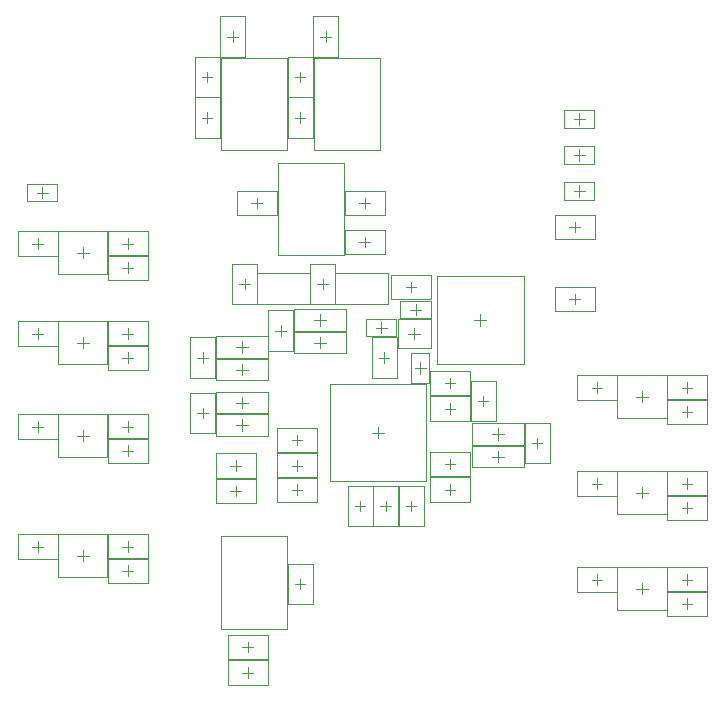
<source format=gbr>
%TF.GenerationSoftware,Altium Limited,Altium Designer,21.9.2 (33)*%
G04 Layer_Color=32768*
%FSLAX26Y26*%
%MOIN*%
%TF.SameCoordinates,EB25F4C7-955C-4A9D-8DD9-FEE0DACB2CC0*%
%TF.FilePolarity,Positive*%
%TF.FileFunction,Other,Mechanical_15*%
%TF.Part,Single*%
G01*
G75*
%TA.AperFunction,NonConductor*%
%ADD65C,0.003937*%
%ADD68C,0.001968*%
D65*
X1896299Y1090000D02*
X1933701D01*
X1915000Y1071299D02*
Y1108701D01*
X2287284Y840000D02*
X2322716D01*
X2305000Y822284D02*
Y857716D01*
X2155315Y795000D02*
X2194685D01*
X2175000Y775315D02*
Y814685D01*
X2155315Y870000D02*
X2194685D01*
X2175000Y850315D02*
Y889685D01*
X2430000Y1302284D02*
Y1337716D01*
X2412284Y1320000D02*
X2447716D01*
X1272284Y2195000D02*
X1307716D01*
X1290000Y2177284D02*
Y2212716D01*
X1187284Y1925000D02*
X1222716D01*
X1205000Y1907284D02*
Y1942716D01*
X1187284Y2060000D02*
X1222716D01*
X1205000Y2042284D02*
Y2077716D01*
X1582284Y2195000D02*
X1617716D01*
X1600000Y2177284D02*
Y2212716D01*
X1497284Y1925000D02*
X1532716D01*
X1515000Y1907284D02*
Y1942716D01*
X1497284Y2060000D02*
X1532716D01*
X1515000Y2042284D02*
Y2077716D01*
X1572284Y1370000D02*
X1607716D01*
X1590000Y1352284D02*
Y1387716D01*
X1370000Y1622284D02*
Y1657716D01*
X1352284Y1640000D02*
X1387716D01*
X1730000Y1492284D02*
Y1527716D01*
X1712284Y1510000D02*
X1747716D01*
X1730000Y1622284D02*
Y1657716D01*
X1712284Y1640000D02*
X1747716D01*
X1312284Y1370000D02*
X1347716D01*
X1330000Y1352284D02*
Y1387716D01*
X636299Y1675000D02*
X673701D01*
X655000Y1656299D02*
Y1693701D01*
X1497284Y370000D02*
X1532716D01*
X1515000Y352284D02*
Y387716D01*
X1340000Y57283D02*
Y92716D01*
X1322284Y75000D02*
X1357716D01*
X1340000Y142284D02*
Y177716D01*
X1322284Y160000D02*
X1357716D01*
X2445000Y1901299D02*
Y1938701D01*
X2426299Y1920000D02*
X2463701D01*
X2445000Y1781299D02*
Y1818701D01*
X2426299Y1800000D02*
X2463701D01*
X2445000Y1661299D02*
Y1698701D01*
X2426299Y1680000D02*
X2463701D01*
X1300315Y900000D02*
X1339685D01*
X1320000Y880315D02*
Y919685D01*
X1300315Y975000D02*
X1339685D01*
X1320000Y955315D02*
Y994685D01*
X1172284Y940000D02*
X1207716D01*
X1190000Y922284D02*
Y957716D01*
X1300000Y747284D02*
Y782716D01*
X1282284Y765000D02*
X1317716D01*
X770315Y865000D02*
X809685D01*
X790000Y845315D02*
Y884685D01*
X2635315Y675000D02*
X2674685D01*
X2655000Y655315D02*
Y694685D01*
X940000Y797284D02*
Y832716D01*
X922284Y815000D02*
X957716D01*
X940000Y877284D02*
Y912716D01*
X922284Y895000D02*
X957716D01*
X640000Y877284D02*
Y912716D01*
X622284Y895000D02*
X657716D01*
X2505000Y367284D02*
Y402716D01*
X2487284Y385000D02*
X2522716D01*
X2635315Y355000D02*
X2674685D01*
X2655000Y335315D02*
Y374685D01*
X2805000Y287284D02*
Y322716D01*
X2787284Y305000D02*
X2822716D01*
X2805000Y367284D02*
Y402716D01*
X2787284Y385000D02*
X2822716D01*
X2635315Y995000D02*
X2674685D01*
X2655000Y975315D02*
Y1014685D01*
X2805000Y927284D02*
Y962716D01*
X2787284Y945000D02*
X2822716D01*
X2805000Y1007284D02*
Y1042716D01*
X2787284Y1025000D02*
X2822716D01*
X2505000Y1007284D02*
Y1042716D01*
X2487284Y1025000D02*
X2522716D01*
X770315Y1175000D02*
X809685D01*
X790000Y1155315D02*
Y1194685D01*
X940000Y1107284D02*
Y1142716D01*
X922284Y1125000D02*
X957716D01*
X940000Y1187284D02*
Y1222716D01*
X922284Y1205000D02*
X957716D01*
X640000Y1187284D02*
Y1222716D01*
X622284Y1205000D02*
X657716D01*
X2505000Y687284D02*
Y722716D01*
X2487284Y705000D02*
X2522716D01*
X2805000Y687284D02*
Y722716D01*
X2787284Y705000D02*
X2822716D01*
X2805000Y607284D02*
Y642716D01*
X2787284Y625000D02*
X2822716D01*
X640000Y477284D02*
Y512716D01*
X622284Y495000D02*
X657716D01*
X940000Y397284D02*
Y432716D01*
X922284Y415000D02*
X957716D01*
X940000Y477284D02*
Y512716D01*
X922284Y495000D02*
X957716D01*
X770315Y465000D02*
X809685D01*
X790000Y445315D02*
Y484685D01*
X640000Y1487284D02*
Y1522716D01*
X622284Y1505000D02*
X657716D01*
X940000Y1407284D02*
Y1442716D01*
X922284Y1425000D02*
X957716D01*
X940000Y1487284D02*
Y1522716D01*
X922284Y1505000D02*
X957716D01*
X770315Y1475000D02*
X809685D01*
X790000Y1455315D02*
Y1494685D01*
X2095315Y1250000D02*
X2134685D01*
X2115000Y1230315D02*
Y1269685D01*
X1881299Y1285000D02*
X1918701D01*
X1900000Y1266299D02*
Y1303701D01*
X1867284Y1360000D02*
X1902716D01*
X1885000Y1342284D02*
Y1377716D01*
X1190000Y1107284D02*
Y1142716D01*
X1172284Y1125000D02*
X1207716D01*
X1320000Y1140315D02*
Y1179685D01*
X1300315Y1160000D02*
X1339685D01*
X1320000Y1065315D02*
Y1104685D01*
X1300315Y1085000D02*
X1339685D01*
X1450000Y1197284D02*
Y1232716D01*
X1432284Y1215000D02*
X1467716D01*
X1580000Y1155315D02*
Y1194685D01*
X1560315Y1175000D02*
X1599685D01*
X1580000Y1230315D02*
Y1269685D01*
X1560315Y1250000D02*
X1599685D01*
X1895000Y1185315D02*
Y1224685D01*
X1875315Y1205000D02*
X1914685D01*
X1766299Y1225000D02*
X1803701D01*
X1785000Y1206299D02*
Y1243701D01*
X1795000Y1107284D02*
Y1142716D01*
X1777284Y1125000D02*
X1812716D01*
X1997284Y1040000D02*
X2032716D01*
X2015000Y1022284D02*
Y1057716D01*
X1282284Y680000D02*
X1317716D01*
X1300000Y662284D02*
Y697716D01*
X2412284Y1560000D02*
X2447716D01*
X2430000Y1542284D02*
Y1577716D01*
X1885000Y612284D02*
Y647716D01*
X1867284Y630000D02*
X1902716D01*
X1997284Y770000D02*
X2032716D01*
X2015000Y752284D02*
Y787716D01*
X1800000Y612284D02*
Y647716D01*
X1782284Y630000D02*
X1817716D01*
X1715000Y612284D02*
Y647716D01*
X1697284Y630000D02*
X1732716D01*
X1997284Y685000D02*
X2032716D01*
X2015000Y667284D02*
Y702716D01*
X1487284Y685000D02*
X1522716D01*
X1505000Y667284D02*
Y702716D01*
X1487284Y765000D02*
X1522716D01*
X1505000Y747284D02*
Y782716D01*
X2125000Y962284D02*
Y997716D01*
X2107284Y980000D02*
X2142716D01*
X1997284Y955000D02*
X2032716D01*
X2015000Y937284D02*
Y972716D01*
X1487284Y850000D02*
X1522716D01*
X1505000Y832284D02*
Y867716D01*
X1755315Y875000D02*
X1794685D01*
X1775000Y855315D02*
Y894685D01*
D68*
X1944527Y1038819D02*
Y1141181D01*
X1885472Y1038819D02*
Y1141181D01*
X1944527D01*
X1885472Y1038819D02*
X1944527D01*
X2263661Y773071D02*
Y906929D01*
X2346339Y773071D02*
Y906929D01*
X2263661Y773071D02*
X2346339D01*
X2263661Y906929D02*
X2346339D01*
X2088780Y759567D02*
X2261220D01*
X2088780D02*
Y830433D01*
X2261220Y759567D02*
Y830433D01*
X2088780D02*
X2261220D01*
X2088780Y905433D02*
X2261220D01*
Y834567D02*
Y905433D01*
X2088780Y834567D02*
Y905433D01*
Y834567D02*
X2261220D01*
X2363071Y1278661D02*
X2496929D01*
X2363071Y1361339D02*
X2496929D01*
Y1278661D02*
Y1361339D01*
X2363071Y1278661D02*
Y1361339D01*
X1249764Y1815472D02*
X1470236D01*
Y2124528D01*
X1249764D02*
X1470236D01*
X1249764Y1815472D02*
Y2124528D01*
X1559764Y1815472D02*
X1780236D01*
Y2124528D01*
X1559764D02*
X1780236D01*
X1559764Y1815472D02*
Y2124528D01*
X1631417Y1303819D02*
X1808583D01*
X1631417D02*
Y1406181D01*
X1808583D01*
Y1303819D02*
Y1406181D01*
X1439764Y1465472D02*
X1660236D01*
Y1774528D01*
X1439764D02*
X1660236D01*
X1439764Y1465472D02*
Y1774528D01*
X1371417Y1303819D02*
X1548583D01*
X1371417D02*
Y1406181D01*
X1548583D01*
Y1303819D02*
Y1406181D01*
X1331339Y2128071D02*
Y2261929D01*
X1248661Y2128071D02*
Y2261929D01*
X1331339D01*
X1248661Y2128071D02*
X1331339D01*
X1163661Y1858071D02*
Y1991929D01*
X1246339Y1858071D02*
Y1991929D01*
X1163661Y1858071D02*
X1246339D01*
X1163661Y1991929D02*
X1246339D01*
Y1993071D02*
Y2126929D01*
X1163661Y1993071D02*
Y2126929D01*
X1246339D01*
X1163661Y1993071D02*
X1246339D01*
X1641339Y2128071D02*
Y2261929D01*
X1558661Y2128071D02*
Y2261929D01*
X1641339D01*
X1558661Y2128071D02*
X1641339D01*
X1473661Y1858071D02*
Y1991929D01*
X1556339Y1858071D02*
Y1991929D01*
X1473661Y1858071D02*
X1556339D01*
X1473661Y1991929D02*
X1556339D01*
Y1993071D02*
Y2126929D01*
X1473661Y1993071D02*
Y2126929D01*
X1556339D01*
X1473661Y1993071D02*
X1556339D01*
X1548661Y1303071D02*
Y1436929D01*
X1631339Y1303071D02*
Y1436929D01*
X1548661Y1303071D02*
X1631339D01*
X1548661Y1436929D02*
X1631339D01*
X1303071Y1598661D02*
X1436929D01*
X1303071Y1681339D02*
X1436929D01*
Y1598661D02*
Y1681339D01*
X1303071Y1598661D02*
Y1681339D01*
X1663071Y1551339D02*
X1796929D01*
X1663071Y1468661D02*
X1796929D01*
X1663071D02*
Y1551339D01*
X1796929Y1468661D02*
Y1551339D01*
X1663071Y1681339D02*
X1796929D01*
X1663071Y1598661D02*
X1796929D01*
X1663071D02*
Y1681339D01*
X1796929Y1598661D02*
Y1681339D01*
X1288661Y1303071D02*
Y1436929D01*
X1371339Y1303071D02*
Y1436929D01*
X1288661Y1303071D02*
X1371339D01*
X1288661Y1436929D02*
X1371339D01*
X706181Y1645472D02*
Y1704527D01*
X603819Y1645472D02*
Y1704527D01*
Y1645472D02*
X706181D01*
X603819Y1704527D02*
X706181D01*
X1473661Y303071D02*
Y436929D01*
X1556339Y303071D02*
Y436929D01*
X1473661Y303071D02*
X1556339D01*
X1473661Y436929D02*
X1556339D01*
X1273071Y33661D02*
X1406929D01*
X1273071Y116339D02*
X1406929D01*
Y33661D02*
Y116339D01*
X1273071Y33661D02*
Y116339D01*
Y118661D02*
X1406929D01*
X1273071Y201339D02*
X1406929D01*
Y118661D02*
Y201339D01*
X1273071Y118661D02*
Y201339D01*
X2393819Y1890473D02*
X2496181D01*
X2393819Y1949528D02*
X2496181D01*
Y1890473D02*
Y1949528D01*
X2393819Y1890473D02*
Y1949528D01*
Y1770473D02*
X2496181D01*
X2393819Y1829528D02*
X2496181D01*
Y1770473D02*
Y1829528D01*
X2393819Y1770473D02*
Y1829528D01*
Y1650473D02*
X2496181D01*
X2393819Y1709528D02*
X2496181D01*
Y1650473D02*
Y1709528D01*
X2393819Y1650473D02*
Y1709528D01*
X1249764Y529528D02*
X1470236D01*
X1249764Y220472D02*
Y529528D01*
Y220472D02*
X1470236D01*
Y529528D01*
X1233780Y864567D02*
X1406220D01*
X1233780D02*
Y935433D01*
X1406220Y864567D02*
Y935433D01*
X1233780D02*
X1406220D01*
X1233780Y1010433D02*
X1406220D01*
Y939567D02*
Y1010433D01*
X1233780Y939567D02*
Y1010433D01*
Y939567D02*
X1406220D01*
X1231339Y873071D02*
Y1006929D01*
X1148661Y873071D02*
Y1006929D01*
X1231339D01*
X1148661Y873071D02*
X1231339D01*
X1233071Y723661D02*
X1366929D01*
X1233071Y806339D02*
X1366929D01*
Y723661D02*
Y806339D01*
X1233071Y723661D02*
Y806339D01*
X707323Y794134D02*
Y935866D01*
X872677Y794134D02*
Y935866D01*
X707323D02*
X872677D01*
X707323Y794134D02*
X872677D01*
X2572323Y604134D02*
Y745866D01*
X2737677Y604134D02*
Y745866D01*
X2572323D02*
X2737677D01*
X2572323Y604134D02*
X2737677D01*
X873071Y773661D02*
X1006929D01*
X873071Y856339D02*
X1006929D01*
Y773661D02*
Y856339D01*
X873071Y773661D02*
Y856339D01*
Y853661D02*
X1006929D01*
X873071Y936339D02*
X1006929D01*
Y853661D02*
Y936339D01*
X873071Y853661D02*
Y936339D01*
X573071D02*
X706929D01*
X573071Y853661D02*
X706929D01*
X573071D02*
Y936339D01*
X706929Y853661D02*
Y936339D01*
X2438071Y426339D02*
X2571929D01*
X2438071Y343661D02*
X2571929D01*
X2438071D02*
Y426339D01*
X2571929Y343661D02*
Y426339D01*
X2572323Y284134D02*
Y425866D01*
X2737677Y284134D02*
Y425866D01*
X2572323D02*
X2737677D01*
X2572323Y284134D02*
X2737677D01*
X2738071Y263661D02*
X2871929D01*
X2738071Y346339D02*
X2871929D01*
Y263661D02*
Y346339D01*
X2738071Y263661D02*
Y346339D01*
Y343661D02*
X2871929D01*
X2738071Y426339D02*
X2871929D01*
Y343661D02*
Y426339D01*
X2738071Y343661D02*
Y426339D01*
X2572323Y924134D02*
Y1065866D01*
X2737677Y924134D02*
Y1065866D01*
X2572323D02*
X2737677D01*
X2572323Y924134D02*
X2737677D01*
X2738071Y903661D02*
X2871929D01*
X2738071Y986339D02*
X2871929D01*
Y903661D02*
Y986339D01*
X2738071Y903661D02*
Y986339D01*
Y983661D02*
X2871929D01*
X2738071Y1066339D02*
X2871929D01*
Y983661D02*
Y1066339D01*
X2738071Y983661D02*
Y1066339D01*
X2438071D02*
X2571929D01*
X2438071Y983661D02*
X2571929D01*
X2438071D02*
Y1066339D01*
X2571929Y983661D02*
Y1066339D01*
X707323Y1104134D02*
Y1245866D01*
X872677Y1104134D02*
Y1245866D01*
X707323D02*
X872677D01*
X707323Y1104134D02*
X872677D01*
X873071Y1083661D02*
X1006929D01*
X873071Y1166339D02*
X1006929D01*
Y1083661D02*
Y1166339D01*
X873071Y1083661D02*
Y1166339D01*
Y1163661D02*
X1006929D01*
X873071Y1246339D02*
X1006929D01*
Y1163661D02*
Y1246339D01*
X873071Y1163661D02*
Y1246339D01*
X573071D02*
X706929D01*
X573071Y1163661D02*
X706929D01*
X573071D02*
Y1246339D01*
X706929Y1163661D02*
Y1246339D01*
X2438071Y746339D02*
X2571929D01*
X2438071Y663661D02*
X2571929D01*
X2438071D02*
Y746339D01*
X2571929Y663661D02*
Y746339D01*
X2738071Y663661D02*
X2871929D01*
X2738071Y746339D02*
X2871929D01*
Y663661D02*
Y746339D01*
X2738071Y663661D02*
Y746339D01*
Y583661D02*
X2871929D01*
X2738071Y666339D02*
X2871929D01*
Y583661D02*
Y666339D01*
X2738071Y583661D02*
Y666339D01*
X573071Y536339D02*
X706929D01*
X573071Y453661D02*
X706929D01*
X573071D02*
Y536339D01*
X706929Y453661D02*
Y536339D01*
X873071Y373661D02*
X1006929D01*
X873071Y456339D02*
X1006929D01*
Y373661D02*
Y456339D01*
X873071Y373661D02*
Y456339D01*
Y453661D02*
X1006929D01*
X873071Y536339D02*
X1006929D01*
Y453661D02*
Y536339D01*
X873071Y453661D02*
Y536339D01*
X707323Y394134D02*
Y535866D01*
X872677Y394134D02*
Y535866D01*
X707323D02*
X872677D01*
X707323Y394134D02*
X872677D01*
X573071Y1546339D02*
X706929D01*
X573071Y1463661D02*
X706929D01*
X573071D02*
Y1546339D01*
X706929Y1463661D02*
Y1546339D01*
X873071Y1383661D02*
X1006929D01*
X873071Y1466339D02*
X1006929D01*
Y1383661D02*
Y1466339D01*
X873071Y1383661D02*
Y1466339D01*
Y1463661D02*
X1006929D01*
X873071Y1546339D02*
X1006929D01*
Y1463661D02*
Y1546339D01*
X873071Y1463661D02*
Y1546339D01*
X707323Y1404134D02*
Y1545866D01*
X872677Y1404134D02*
Y1545866D01*
X707323D02*
X872677D01*
X707323Y1404134D02*
X872677D01*
X1969724Y1104724D02*
X2260276D01*
X1969724D02*
Y1395276D01*
X2260276D01*
Y1104724D02*
Y1395276D01*
X1848819Y1255473D02*
Y1314528D01*
X1951181Y1255473D02*
Y1314528D01*
X1848819D02*
X1951181D01*
X1848819Y1255473D02*
X1951181D01*
X1818071Y1318661D02*
Y1401339D01*
X1951929Y1318661D02*
Y1401339D01*
X1818071D02*
X1951929D01*
X1818071Y1318661D02*
X1951929D01*
X1148661Y1058071D02*
X1231339D01*
X1148661Y1191929D02*
X1231339D01*
X1148661Y1058071D02*
Y1191929D01*
X1231339Y1058071D02*
Y1191929D01*
X1233780Y1124567D02*
X1406220D01*
X1233780D02*
Y1195433D01*
X1406220Y1124567D02*
Y1195433D01*
X1233780D02*
X1406220D01*
X1233780Y1120433D02*
X1406220D01*
Y1049567D02*
Y1120433D01*
X1233780Y1049567D02*
Y1120433D01*
Y1049567D02*
X1406220D01*
X1408661Y1148071D02*
X1491339D01*
X1408661Y1281929D02*
X1491339D01*
X1408661Y1148071D02*
Y1281929D01*
X1491339Y1148071D02*
Y1281929D01*
X1493780Y1210433D02*
X1666220D01*
Y1139567D02*
Y1210433D01*
X1493780Y1139567D02*
Y1210433D01*
Y1139567D02*
X1666220D01*
X1493780Y1214567D02*
X1666220D01*
X1493780D02*
Y1285433D01*
X1666220Y1214567D02*
Y1285433D01*
X1493780D02*
X1666220D01*
X1839882Y1252244D02*
X1950118D01*
X1839882Y1157756D02*
X1950118D01*
X1839882D02*
Y1252244D01*
X1950118Y1157756D02*
Y1252244D01*
X1836181Y1195472D02*
Y1254527D01*
X1733819Y1195472D02*
Y1254527D01*
Y1195472D02*
X1836181D01*
X1733819Y1254527D02*
X1836181D01*
X1753661Y1058071D02*
X1836339D01*
X1753661Y1191929D02*
X1836339D01*
X1753661Y1058071D02*
Y1191929D01*
X1836339Y1058071D02*
Y1191929D01*
X2081929Y998661D02*
Y1081339D01*
X1948071Y998661D02*
Y1081339D01*
Y998661D02*
X2081929D01*
X1948071Y1081339D02*
X2081929D01*
X1233071Y638661D02*
Y721339D01*
X1366929Y638661D02*
Y721339D01*
X1233071D02*
X1366929D01*
X1233071Y638661D02*
X1366929D01*
X2363071Y1518661D02*
Y1601339D01*
X2496929Y1518661D02*
Y1601339D01*
X2363071D02*
X2496929D01*
X2363071Y1518661D02*
X2496929D01*
X1843661Y563071D02*
X1926339D01*
X1843661Y696929D02*
X1926339D01*
X1843661Y563071D02*
Y696929D01*
X1926339Y563071D02*
Y696929D01*
X2081929Y728661D02*
Y811339D01*
X1948071Y728661D02*
Y811339D01*
Y728661D02*
X2081929D01*
X1948071Y811339D02*
X2081929D01*
X1758661Y563071D02*
X1841339D01*
X1758661Y696929D02*
X1841339D01*
X1758661Y563071D02*
Y696929D01*
X1841339Y563071D02*
Y696929D01*
X1673661Y563071D02*
X1756339D01*
X1673661Y696929D02*
X1756339D01*
X1673661Y563071D02*
Y696929D01*
X1756339Y563071D02*
Y696929D01*
X1948071Y643661D02*
Y726339D01*
X2081929Y643661D02*
Y726339D01*
X1948071D02*
X2081929D01*
X1948071Y643661D02*
X2081929D01*
X1438071D02*
Y726339D01*
X1571929Y643661D02*
Y726339D01*
X1438071D02*
X1571929D01*
X1438071Y643661D02*
X1571929D01*
X1438071Y723661D02*
Y806339D01*
X1571929Y723661D02*
Y806339D01*
X1438071D02*
X1571929D01*
X1438071Y723661D02*
X1571929D01*
X2083661Y1046929D02*
X2166339D01*
X2083661Y913071D02*
X2166339D01*
Y1046929D01*
X2083661Y913071D02*
Y1046929D01*
X2081929Y913661D02*
Y996339D01*
X1948071Y913661D02*
Y996339D01*
Y913661D02*
X2081929D01*
X1948071Y996339D02*
X2081929D01*
X1438071Y808661D02*
Y891339D01*
X1571929Y808661D02*
Y891339D01*
X1438071D02*
X1571929D01*
X1438071Y808661D02*
X1571929D01*
X1935433Y714567D02*
Y1035433D01*
X1614567Y714567D02*
Y1035433D01*
X1935433D01*
X1614567Y714567D02*
X1935433D01*
%TF.MD5,5e42624d85135bc9de62efe1db6e3485*%
M02*

</source>
